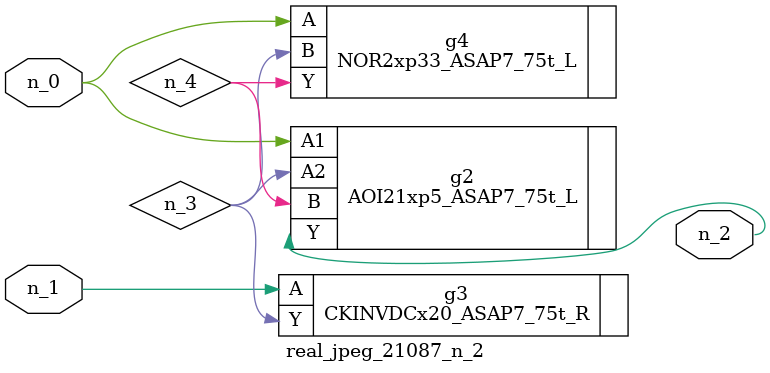
<source format=v>
module real_jpeg_21087_n_2 (n_1, n_0, n_2);

input n_1;
input n_0;

output n_2;

wire n_4;
wire n_3;

AOI21xp5_ASAP7_75t_L g2 ( 
.A1(n_0),
.A2(n_3),
.B(n_4),
.Y(n_2)
);

NOR2xp33_ASAP7_75t_L g4 ( 
.A(n_0),
.B(n_3),
.Y(n_4)
);

CKINVDCx20_ASAP7_75t_R g3 ( 
.A(n_1),
.Y(n_3)
);


endmodule
</source>
